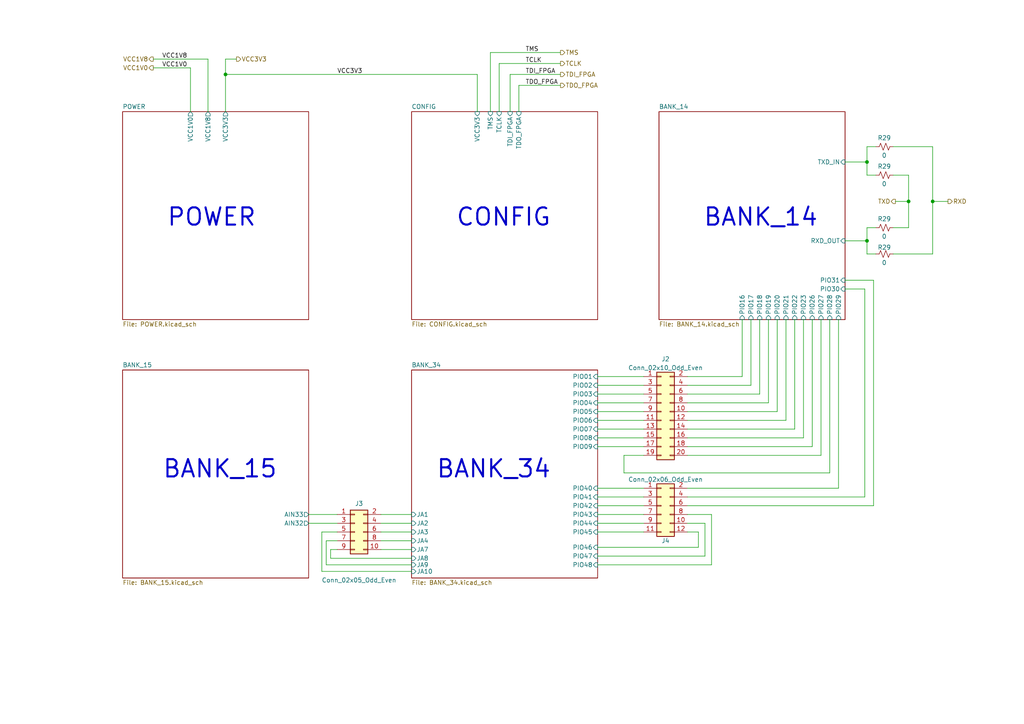
<source format=kicad_sch>
(kicad_sch (version 20230121) (generator eeschema)
  (paper "A4")
  (lib_symbols
    (symbol "Connector_Generic:Conn_02x05_Odd_Even" (pin_names (offset 1.016) hide)
      (property "Reference" "J" (at 1.27 7.62 0))
      (property "Value" "Conn_02x05_Odd_Even" (at 1.27 -7.62 0))
      (symbol "Conn_02x05_Odd_Even_1_1"
        (rectangle (start -1.27 -4.953) (end 0 -5.207) (stroke (width 0.1524)))
        (rectangle (start -1.27 -2.413) (end 0 -2.667) (stroke (width 0.1524)))
        (rectangle (start -1.27 0.127) (end 0 -0.127) (stroke (width 0.1524)))
        (rectangle (start -1.27 2.667) (end 0 2.413) (stroke (width 0.1524)))
        (rectangle (start -1.27 5.207) (end 0 4.953) (stroke (width 0.1524)))
        (rectangle (start -1.27 6.35) (end 3.81 -6.35) (stroke (width 0.254)) (fill (type background)))
        (rectangle (start 3.81 -4.953) (end 2.54 -5.207) (stroke (width 0.1524)))
        (rectangle (start 3.81 -2.413) (end 2.54 -2.667) (stroke (width 0.1524)))
        (rectangle (start 3.81 0.127) (end 2.54 -0.127) (stroke (width 0.1524)))
        (rectangle (start 3.81 2.667) (end 2.54 2.413) (stroke (width 0.1524)))
        (rectangle (start 3.81 5.207) (end 2.54 4.953) (stroke (width 0.1524)))
        (pin passive line (at -5.08 5.08 0) (length 3.81) (name "Pin_1") (number "1"))
        (pin passive line (at 7.62 -5.08 180) (length 3.81) (name "Pin_10") (number "10"))
        (pin passive line (at 7.62 5.08 180) (length 3.81) (name "Pin_2") (number "2"))
        (pin passive line (at -5.08 2.54 0) (length 3.81) (name "Pin_3") (number "3"))
        (pin passive line (at 7.62 2.54 180) (length 3.81) (name "Pin_4") (number "4"))
        (pin passive line (at -5.08 0 0) (length 3.81) (name "Pin_5") (number "5"))
        (pin passive line (at 7.62 0 180) (length 3.81) (name "Pin_6") (number "6"))
        (pin passive line (at -5.08 -2.54 0) (length 3.81) (name "Pin_7") (number "7"))
        (pin passive line (at 7.62 -2.54 180) (length 3.81) (name "Pin_8") (number "8"))
        (pin passive line (at -5.08 -5.08 0) (length 3.81) (name "Pin_9") (number "9"))
      )
    )
    (symbol "Connector_Generic:Conn_02x06_Odd_Even" (pin_names (offset 1.016) hide)
      (property "Reference" "J" (at 1.27 7.62 0))
      (property "Value" "Conn_02x06_Odd_Even" (at 1.27 -10.16 0))
      (symbol "Conn_02x06_Odd_Even_1_1"
        (rectangle (start -1.27 -7.493) (end 0 -7.747) (stroke (width 0.1524)))
        (rectangle (start -1.27 -4.953) (end 0 -5.207) (stroke (width 0.1524)))
        (rectangle (start -1.27 -2.413) (end 0 -2.667) (stroke (width 0.1524)))
        (rectangle (start -1.27 0.127) (end 0 -0.127) (stroke (width 0.1524)))
        (rectangle (start -1.27 2.667) (end 0 2.413) (stroke (width 0.1524)))
        (rectangle (start -1.27 5.207) (end 0 4.953) (stroke (width 0.1524)))
        (rectangle (start -1.27 6.35) (end 3.81 -8.89) (stroke (width 0.254)) (fill (type background)))
        (rectangle (start 3.81 -7.493) (end 2.54 -7.747) (stroke (width 0.1524)))
        (rectangle (start 3.81 -4.953) (end 2.54 -5.207) (stroke (width 0.1524)))
        (rectangle (start 3.81 -2.413) (end 2.54 -2.667) (stroke (width 0.1524)))
        (rectangle (start 3.81 0.127) (end 2.54 -0.127) (stroke (width 0.1524)))
        (rectangle (start 3.81 2.667) (end 2.54 2.413) (stroke (width 0.1524)))
        (rectangle (start 3.81 5.207) (end 2.54 4.953) (stroke (width 0.1524)))
        (pin passive line (at -5.08 5.08 0) (length 3.81) (name "Pin_1") (number "1"))
        (pin passive line (at 7.62 -5.08 180) (length 3.81) (name "Pin_10") (number "10"))
        (pin passive line (at -5.08 -7.62 0) (length 3.81) (name "Pin_11") (number "11"))
        (pin passive line (at 7.62 -7.62 180) (length 3.81) (name "Pin_12") (number "12"))
        (pin passive line (at 7.62 5.08 180) (length 3.81) (name "Pin_2") (number "2"))
        (pin passive line (at -5.08 2.54 0) (length 3.81) (name "Pin_3") (number "3"))
        (pin passive line (at 7.62 2.54 180) (length 3.81) (name "Pin_4") (number "4"))
        (pin passive line (at -5.08 0 0) (length 3.81) (name "Pin_5") (number "5"))
        (pin passive line (at 7.62 0 180) (length 3.81) (name "Pin_6") (number "6"))
        (pin passive line (at -5.08 -2.54 0) (length 3.81) (name "Pin_7") (number "7"))
        (pin passive line (at 7.62 -2.54 180) (length 3.81) (name "Pin_8") (number "8"))
        (pin passive line (at -5.08 -5.08 0) (length 3.81) (name "Pin_9") (number "9"))
      )
    )
    (symbol "Connector_Generic:Conn_02x10_Odd_Even" (pin_names (offset 1.016) hide)
      (property "Reference" "J" (at 1.27 12.7 0))
      (property "Value" "Conn_02x10_Odd_Even" (at 1.27 -15.24 0))
      (symbol "Conn_02x10_Odd_Even_1_1"
        (rectangle (start -1.27 -12.573) (end 0 -12.827) (stroke (width 0.1524)))
        (rectangle (start -1.27 -10.033) (end 0 -10.287) (stroke (width 0.1524)))
        (rectangle (start -1.27 -7.493) (end 0 -7.747) (stroke (width 0.1524)))
        (rectangle (start -1.27 -4.953) (end 0 -5.207) (stroke (width 0.1524)))
        (rectangle (start -1.27 -2.413) (end 0 -2.667) (stroke (width 0.1524)))
        (rectangle (start -1.27 0.127) (end 0 -0.127) (stroke (width 0.1524)))
        (rectangle (start -1.27 2.667) (end 0 2.413) (stroke (width 0.1524)))
        (rectangle (start -1.27 5.207) (end 0 4.953) (stroke (width 0.1524)))
        (rectangle (start -1.27 7.747) (end 0 7.493) (stroke (width 0.1524)))
        (rectangle (start -1.27 10.287) (end 0 10.033) (stroke (width 0.1524)))
        (rectangle (start -1.27 11.43) (end 3.81 -13.97) (stroke (width 0.254)) (fill (type background)))
        (rectangle (start 3.81 -12.573) (end 2.54 -12.827) (stroke (width 0.1524)))
        (rectangle (start 3.81 -10.033) (end 2.54 -10.287) (stroke (width 0.1524)))
        (rectangle (start 3.81 -7.493) (end 2.54 -7.747) (stroke (width 0.1524)))
        (rectangle (start 3.81 -4.953) (end 2.54 -5.207) (stroke (width 0.1524)))
        (rectangle (start 3.81 -2.413) (end 2.54 -2.667) (stroke (width 0.1524)))
        (rectangle (start 3.81 0.127) (end 2.54 -0.127) (stroke (width 0.1524)))
        (rectangle (start 3.81 2.667) (end 2.54 2.413) (stroke (width 0.1524)))
        (rectangle (start 3.81 5.207) (end 2.54 4.953) (stroke (width 0.1524)))
        (rectangle (start 3.81 7.747) (end 2.54 7.493) (stroke (width 0.1524)))
        (rectangle (start 3.81 10.287) (end 2.54 10.033) (stroke (width 0.1524)))
        (pin passive line (at -5.08 10.16 0) (length 3.81) (name "Pin_1") (number "1"))
        (pin passive line (at 7.62 0 180) (length 3.81) (name "Pin_10") (number "10"))
        (pin passive line (at -5.08 -2.54 0) (length 3.81) (name "Pin_11") (number "11"))
        (pin passive line (at 7.62 -2.54 180) (length 3.81) (name "Pin_12") (number "12"))
        (pin passive line (at -5.08 -5.08 0) (length 3.81) (name "Pin_13") (number "13"))
        (pin passive line (at 7.62 -5.08 180) (length 3.81) (name "Pin_14") (number "14"))
        (pin passive line (at -5.08 -7.62 0) (length 3.81) (name "Pin_15") (number "15"))
        (pin passive line (at 7.62 -7.62 180) (length 3.81) (name "Pin_16") (number "16"))
        (pin passive line (at -5.08 -10.16 0) (length 3.81) (name "Pin_17") (number "17"))
        (pin passive line (at 7.62 -10.16 180) (length 3.81) (name "Pin_18") (number "18"))
        (pin passive line (at -5.08 -12.7 0) (length 3.81) (name "Pin_19") (number "19"))
        (pin passive line (at 7.62 10.16 180) (length 3.81) (name "Pin_2") (number "2"))
        (pin passive line (at 7.62 -12.7 180) (length 3.81) (name "Pin_20") (number "20"))
        (pin passive line (at -5.08 7.62 0) (length 3.81) (name "Pin_3") (number "3"))
        (pin passive line (at 7.62 7.62 180) (length 3.81) (name "Pin_4") (number "4"))
        (pin passive line (at -5.08 5.08 0) (length 3.81) (name "Pin_5") (number "5"))
        (pin passive line (at 7.62 5.08 180) (length 3.81) (name "Pin_6") (number "6"))
        (pin passive line (at -5.08 2.54 0) (length 3.81) (name "Pin_7") (number "7"))
        (pin passive line (at 7.62 2.54 180) (length 3.81) (name "Pin_8") (number "8"))
        (pin passive line (at -5.08 0 0) (length 3.81) (name "Pin_9") (number "9"))
      )
    )
    (symbol "Device:R_Small_US" (pin_numbers hide) (pin_names (offset 0.254) hide)
      (property "Reference" "R" (at 0.762 0.508 0))
      (property "Value" "R_Small_US" (at 0.762 -1.016 0))
      (symbol "R_Small_US_1_1"
        (polyline (pts (xy 0 0) (xy 1.016 -0.381) (xy 0 -0.762) (xy -1.016 -1.143) (xy 0 -1.524)))
        (polyline (pts (xy 0 1.524) (xy 1.016 1.143) (xy 0 0.762) (xy -1.016 0.381) (xy 0 0)))
        (pin passive line (at 0 2.54 270) (length 1.016) (name "~") (number "1"))
        (pin passive line (at 0 -2.54 90) (length 1.016) (name "~") (number "2"))
      )
    )
  )
  (junction (at 263.525 58.42))
  (junction (at 65.405 21.59))
  (junction (at 251.46 46.99))
  (junction (at 251.46 69.85))
  (junction (at 270.51 58.42))
  (wire (pts (xy 204.47 151.765) (xy 204.47 161.29)))
  (wire (pts (xy 110.49 154.305) (xy 119.38 154.305)))
  (wire (pts (xy 225.425 92.71) (xy 225.425 119.38)))
  (wire (pts (xy 259.08 42.545) (xy 270.51 42.545)))
  (wire (pts (xy 240.665 137.16) (xy 240.665 92.71)))
  (wire (pts (xy 227.965 121.92) (xy 199.39 121.92)))
  (wire (pts (xy 173.355 163.83) (xy 206.375 163.83)))
  (wire (pts (xy 270.51 42.545) (xy 270.51 58.42)))
  (wire (pts (xy 215.265 109.22) (xy 199.39 109.22)))
  (wire (pts (xy 173.355 141.605) (xy 186.69 141.605)))
  (wire (pts (xy 173.355 124.46) (xy 186.69 124.46)))
  (wire (pts (xy 110.49 151.765) (xy 119.38 151.765)))
  (wire (pts (xy 254 50.8) (xy 251.46 50.8)))
  (wire (pts (xy 119.38 161.925) (xy 95.885 161.925)))
  (wire (pts (xy 245.11 69.85) (xy 251.46 69.85)))
  (wire (pts (xy 180.975 137.16) (xy 240.665 137.16)))
  (wire (pts (xy 150.495 32.385) (xy 150.495 24.765)))
  (wire (pts (xy 243.205 92.71) (xy 243.205 141.605)))
  (wire (pts (xy 263.525 50.8) (xy 263.525 58.42)))
  (wire (pts (xy 94.615 163.83) (xy 94.615 156.845)))
  (wire (pts (xy 204.47 161.29) (xy 173.355 161.29)))
  (wire (pts (xy 147.955 21.59) (xy 162.56 21.59)))
  (wire (pts (xy 55.245 32.385) (xy 55.245 19.685)))
  (wire (pts (xy 259.715 58.42) (xy 263.525 58.42)))
  (wire (pts (xy 173.355 149.225) (xy 186.69 149.225)))
  (wire (pts (xy 270.51 58.42) (xy 270.51 73.66)))
  (wire (pts (xy 180.975 132.08) (xy 180.975 137.16)))
  (wire (pts (xy 199.39 114.3) (xy 220.345 114.3)))
  (wire (pts (xy 251.46 42.545) (xy 254 42.545)))
  (wire (pts (xy 254 66.04) (xy 251.46 66.04)))
  (wire (pts (xy 173.355 146.685) (xy 186.69 146.685)))
  (wire (pts (xy 44.45 17.145) (xy 60.325 17.145)))
  (wire (pts (xy 199.39 127) (xy 233.045 127)))
  (wire (pts (xy 89.535 151.765) (xy 97.79 151.765)))
  (wire (pts (xy 202.565 154.305) (xy 199.39 154.305)))
  (wire (pts (xy 95.885 161.925) (xy 95.885 159.385)))
  (wire (pts (xy 263.525 66.04) (xy 259.08 66.04)))
  (wire (pts (xy 95.885 159.385) (xy 97.79 159.385)))
  (wire (pts (xy 215.265 92.71) (xy 215.265 109.22)))
  (wire (pts (xy 110.49 149.225) (xy 119.38 149.225)))
  (wire (pts (xy 251.46 66.04) (xy 251.46 69.85)))
  (wire (pts (xy 250.825 83.82) (xy 245.11 83.82)))
  (wire (pts (xy 235.585 129.54) (xy 235.585 92.71)))
  (wire (pts (xy 227.965 92.71) (xy 227.965 121.92)))
  (wire (pts (xy 173.355 109.22) (xy 186.69 109.22)))
  (wire (pts (xy 173.355 114.3) (xy 186.69 114.3)))
  (wire (pts (xy 199.39 144.145) (xy 250.825 144.145)))
  (wire (pts (xy 245.11 81.28) (xy 253.365 81.28)))
  (wire (pts (xy 138.43 21.59) (xy 138.43 32.385)))
  (wire (pts (xy 199.39 132.08) (xy 238.125 132.08)))
  (wire (pts (xy 65.405 21.59) (xy 65.405 32.385)))
  (wire (pts (xy 173.355 158.75) (xy 202.565 158.75)))
  (wire (pts (xy 199.39 124.46) (xy 230.505 124.46)))
  (wire (pts (xy 217.805 111.76) (xy 199.39 111.76)))
  (wire (pts (xy 230.505 92.71) (xy 230.505 124.46)))
  (wire (pts (xy 144.78 32.385) (xy 144.78 18.415)))
  (wire (pts (xy 173.355 154.305) (xy 186.69 154.305)))
  (wire (pts (xy 68.58 17.145) (xy 65.405 17.145)))
  (wire (pts (xy 259.08 50.8) (xy 263.525 50.8)))
  (wire (pts (xy 251.46 69.85) (xy 251.46 73.66)))
  (wire (pts (xy 220.345 92.71) (xy 220.345 114.3)))
  (wire (pts (xy 270.51 58.42) (xy 274.955 58.42)))
  (wire (pts (xy 186.69 132.08) (xy 180.975 132.08)))
  (wire (pts (xy 199.39 119.38) (xy 225.425 119.38)))
  (wire (pts (xy 263.525 58.42) (xy 263.525 66.04)))
  (wire (pts (xy 60.325 32.385) (xy 60.325 17.145)))
  (wire (pts (xy 119.38 163.83) (xy 94.615 163.83)))
  (wire (pts (xy 199.39 129.54) (xy 235.585 129.54)))
  (wire (pts (xy 173.355 119.38) (xy 186.69 119.38)))
  (wire (pts (xy 147.955 32.385) (xy 147.955 21.59)))
  (wire (pts (xy 250.825 144.145) (xy 250.825 83.82)))
  (wire (pts (xy 222.885 92.71) (xy 222.885 116.84)))
  (wire (pts (xy 142.24 32.385) (xy 142.24 15.24)))
  (wire (pts (xy 253.365 81.28) (xy 253.365 146.685)))
  (wire (pts (xy 150.495 24.765) (xy 162.56 24.765)))
  (wire (pts (xy 245.11 46.99) (xy 251.46 46.99)))
  (wire (pts (xy 173.355 116.84) (xy 186.69 116.84)))
  (wire (pts (xy 173.355 151.765) (xy 186.69 151.765)))
  (wire (pts (xy 199.39 151.765) (xy 204.47 151.765)))
  (wire (pts (xy 44.45 19.685) (xy 55.245 19.685)))
  (wire (pts (xy 199.39 141.605) (xy 243.205 141.605)))
  (wire (pts (xy 65.405 17.145) (xy 65.405 21.59)))
  (wire (pts (xy 89.535 149.225) (xy 97.79 149.225)))
  (wire (pts (xy 251.46 46.99) (xy 251.46 42.545)))
  (wire (pts (xy 93.345 165.735) (xy 93.345 154.305)))
  (wire (pts (xy 251.46 73.66) (xy 254 73.66)))
  (wire (pts (xy 251.46 50.8) (xy 251.46 46.99)))
  (wire (pts (xy 206.375 163.83) (xy 206.375 149.225)))
  (wire (pts (xy 270.51 73.66) (xy 259.08 73.66)))
  (wire (pts (xy 173.355 127) (xy 186.69 127)))
  (wire (pts (xy 206.375 149.225) (xy 199.39 149.225)))
  (wire (pts (xy 110.49 159.385) (xy 119.38 159.385)))
  (wire (pts (xy 173.355 111.76) (xy 186.69 111.76)))
  (wire (pts (xy 119.38 165.735) (xy 93.345 165.735)))
  (wire (pts (xy 144.78 18.415) (xy 162.56 18.415)))
  (wire (pts (xy 65.405 21.59) (xy 138.43 21.59)))
  (wire (pts (xy 110.49 156.845) (xy 119.38 156.845)))
  (wire (pts (xy 222.885 116.84) (xy 199.39 116.84)))
  (wire (pts (xy 142.24 15.24) (xy 162.56 15.24)))
  (wire (pts (xy 173.355 129.54) (xy 186.69 129.54)))
  (wire (pts (xy 217.805 92.71) (xy 217.805 111.76)))
  (wire (pts (xy 233.045 92.71) (xy 233.045 127)))
  (wire (pts (xy 94.615 156.845) (xy 97.79 156.845)))
  (wire (pts (xy 93.345 154.305) (xy 97.79 154.305)))
  (wire (pts (xy 173.355 144.145) (xy 186.69 144.145)))
  (wire (pts (xy 173.355 121.92) (xy 186.69 121.92)))
  (wire (pts (xy 238.125 92.71) (xy 238.125 132.08)))
  (wire (pts (xy 202.565 158.75) (xy 202.565 154.305)))
  (wire (pts (xy 253.365 146.685) (xy 199.39 146.685)))
  (text "BANK_15\n" (at 46.99 139.065 0) (effects (font (size 5 5) (thickness 0.6) bold) (justify left bottom)))
  (text "POWER\n" (at 48.26 66.04 0) (effects (font (size 5 5) (thickness 0.6) bold) (justify left bottom)))
  (text "CONFIG\n" (at 132.08 66.04 0) (effects (font (size 5 5) (thickness 0.6) bold) (justify left bottom)))
  (text "BANK_34\n" (at 126.365 139.065 0) (effects (font (size 5 5) (thickness 0.6) bold) (justify left bottom)))
  (text "BANK_14\n" (at 203.835 66.04 0) (effects (font (size 5 5) (thickness 0.6) bold) (justify left bottom)))
  (label "TMS" (at 152.4 15.24 0))
  (label "TDO_FPGA" (at 152.4 24.765 0))
  (label "VCC1V8" (at 46.99 17.145 0))
  (label "VCC3V3" (at 97.79 21.59 0))
  (label "TCLK" (at 152.4 18.415 0))
  (label "TDI_FPGA" (at 152.4 21.59 0))
  (label "VCC1V0" (at 46.99 19.685 0))
  (hierarchical_label "TCLK" (shape output) (at 162.56 18.415 0))
  (hierarchical_label "RXD" (shape output) (at 274.955 58.42 0))
  (hierarchical_label "TDI_FPGA" (shape output) (at 162.56 21.59 0))
  (hierarchical_label "TXD" (shape output) (at 259.715 58.42 180))
  (hierarchical_label "VCC1V0" (shape output) (at 44.45 19.685 180))
  (hierarchical_label "VCC1V8" (shape output) (at 44.45 17.145 180))
  (hierarchical_label "VCC3V3" (shape output) (at 68.58 17.145 0))
  (hierarchical_label "TDO_FPGA" (shape output) (at 162.56 24.765 0))
  (hierarchical_label "TMS" (shape output) (at 162.56 15.24 0))
  (symbol (lib_id "Connector_Generic:Conn_02x10_Odd_Even") (at 191.77 119.38 0) (unit 1)
    (property "Reference" "J2" (at 193.04 104.14 0))
    (property "Value" "Conn_02x10_Odd_Even" (at 193.04 106.68 0))
    (property "Footprint" "Connector_PinHeader_1.27mm:PinHeader_2x10_P1.27mm_Vertical_SMD" (effects hide))
  )
  (symbol (lib_id "Connector_Generic:Conn_02x06_Odd_Even") (at 191.77 146.685 0) (unit 1)
    (property "Reference" "J4" (at 193.04 156.845 0))
    (property "Value" "Conn_02x06_Odd_Even" (at 193.04 139.065 0))
    (property "Footprint" "Connector_PinHeader_1.27mm:PinHeader_2x06_P1.27mm_Vertical_SMD" (effects hide))
  )
  (symbol (lib_id "Connector_Generic:Conn_02x05_Odd_Even") (at 102.87 154.305 0) (unit 1)
    (property "Reference" "J3" (at 104.14 146.05 0))
    (property "Value" "Conn_02x05_Odd_Even" (at 104.14 168.275 0))
    (property "Footprint" "Connector_PinHeader_1.27mm:PinHeader_2x05_P1.27mm_Vertical_SMD" (effects hide))
  )
  (symbol (lib_id "Device:R_Small_US") (at 256.54 73.66 90) (unit 1)
    (property "Reference" "R29" (at 258.445 71.755 90) (effects (justify left)))
    (property "Value" "0" (at 257.175 76.2 90) (effects (justify left)))
    (property "Footprint" "Resistor_SMD:R_0402_1005Metric_Pad0.72x0.64mm_HandSolder" (effects hide))
    (instances (project "sparton_7" (path "" (reference "R29") (unit 1)) (path "" (reference "R47") (unit 1)) (path "" (reference "R61") (unit 1))))
  )
  (symbol (lib_id "Device:R_Small_US") (at 256.54 66.04 90) (unit 1)
    (property "Reference" "R29" (at 258.445 63.5 90) (effects (justify left)))
    (property "Value" "0" (at 257.175 68.58 90) (effects (justify left)))
    (property "Footprint" "Resistor_SMD:R_0402_1005Metric_Pad0.72x0.64mm_HandSolder" (effects hide))
    (instances (project "sparton_7" (path "" (reference "R29") (unit 1)) (path "" (reference "R47") (unit 1)) (path "" (reference "R60") (unit 1))))
  )
  (symbol (lib_id "Device:R_Small_US") (at 256.54 42.545 90) (unit 1)
    (property "Reference" "R29" (at 258.445 40.005 90) (effects (justify left)))
    (property "Value" "0" (at 257.175 45.085 90) (effects (justify left)))
    (property "Footprint" "Resistor_SMD:R_0402_1005Metric_Pad0.72x0.64mm_HandSolder" (effects hide))
    (instances (project "sparton_7" (path "" (reference "R29") (unit 1)) (path "" (reference "R47") (unit 1)) (path "" (reference "R58") (unit 1))))
  )
  (symbol (lib_id "Device:R_Small_US") (at 256.54 50.8 90) (unit 1)
    (property "Reference" "R29" (at 258.445 48.26 90) (effects (justify left)))
    (property "Value" "0" (at 257.175 53.34 90) (effects (justify left)))
    (property "Footprint" "Resistor_SMD:R_0402_1005Metric_Pad0.72x0.64mm_HandSolder" (effects hide))
    (instances (project "sparton_7" (path "" (reference "R29") (unit 1)) (path "" (reference "R47") (unit 1)) (path "" (reference "R59") (unit 1))))
  )
  (sheet (at 35.56 32.385) (size 53.975 60.325) (stroke (width 0.1524))
    (property "Sheetname" "POWER" (at 35.56 31.6734 0) (effects (justify left bottom)))
    (property "Sheetfile" "POWER.kicad_sch" (at 35.56 93.2946 0) (effects (justify left top)))
    (pin "VCC1V0" output (at 55.245 32.385 90))
    (pin "VCC1V8" output (at 60.325 32.385 90))
    (pin "VCC3V3" output (at 65.405 32.385 90))
  )
  (sheet (at 119.38 32.385) (size 53.975 60.325) (stroke (width 0.1524))
    (property "Sheetname" "CONFIG" (at 119.38 31.6734 0) (effects (justify left bottom)))
    (property "Sheetfile" "CONFIG.kicad_sch" (at 119.38 93.2946 0) (effects (justify left top)))
    (pin "VCC3V3" input (at 138.43 32.385 90))
    (pin "TMS" input (at 142.24 32.385 90))
    (pin "TCLK" input (at 144.78 32.385 90))
    (pin "TDI_FPGA" input (at 147.955 32.385 90))
    (pin "TDO_FPGA" input (at 150.495 32.385 90))
  )
  (sheet (at 119.38 107.315) (size 53.975 60.325) (stroke (width 0.1524))
    (property "Sheetname" "BANK_34" (at 119.38 106.6034 0) (effects (justify left bottom)))
    (property "Sheetfile" "BANK_34.kicad_sch" (at 119.38 168.2246 0) (effects (justify left top)))
    (pin "PIO05" input (at 173.355 119.38 0))
    (pin "PIO03" input (at 173.355 114.3 0))
    (pin "PIO02" input (at 173.355 111.76 0))
    (pin "PIO09" input (at 173.355 129.54 0))
    (pin "PIO04" input (at 173.355 116.84 0))
    (pin "PIO07" input (at 173.355 124.46 0))
    (pin "PIO06" input (at 173.355 121.92 0))
    (pin "JA4" input (at 119.38 156.845 180))
    (pin "PIO08" input (at 173.355 127 0))
    (pin "JA10" input (at 119.38 165.735 180))
    (pin "JA8" input (at 119.38 161.925 180))
    (pin "JA2" input (at 119.38 151.765 180))
    (pin "JA7" input (at 119.38 159.385 180))
    (pin "JA3" input (at 119.38 154.305 180))
    (pin "JA9" input (at 119.38 163.83 180))
    (pin "JA1" input (at 119.38 149.225 180))
    (pin "PIO41" input (at 173.355 144.145 0))
    (pin "PIO47" input (at 173.355 161.29 0))
    (pin "PIO48" input (at 173.355 163.83 0))
    (pin "PIO43" input (at 173.355 149.225 0))
    (pin "PIO42" input (at 173.355 146.685 0))
    (pin "PIO45" input (at 173.355 154.305 0))
    (pin "PIO46" input (at 173.355 158.75 0))
    (pin "PIO44" input (at 173.355 151.765 0))
    (pin "PIO40" input (at 173.355 141.605 0))
    (pin "PIO01" input (at 173.355 109.22 0))
  )
  (sheet (at 191.135 32.385) (size 53.975 60.325) (stroke (width 0.1524))
    (property "Sheetname" "BANK_14" (at 191.135 31.6734 0) (effects (justify left bottom)))
    (property "Sheetfile" "BANK_14.kicad_sch" (at 191.135 93.2946 0) (effects (justify left top)))
    (pin "TXD_IN" input (at 245.11 46.99 0))
    (pin "RXD_OUT" input (at 245.11 69.85 0))
    (pin "PIO16" input (at 215.265 92.71 270))
    (pin "PIO17" input (at 217.805 92.71 270))
    (pin "PIO19" input (at 222.885 92.71 270))
    (pin "PIO20" input (at 225.425 92.71 270))
    (pin "PIO18" input (at 220.345 92.71 270))
    (pin "PIO21" input (at 227.965 92.71 270))
    (pin "PIO22" input (at 230.505 92.71 270))
    (pin "PIO30" input (at 245.11 83.82 0))
    (pin "PIO23" input (at 233.045 92.71 270))
    (pin "PIO26" input (at 235.585 92.71 270))
    (pin "PIO29" input (at 243.205 92.71 270))
    (pin "PIO27" input (at 238.125 92.71 270))
    (pin "PIO28" input (at 240.665 92.71 270))
    (pin "PIO31" input (at 245.11 81.28 0))
  )
  (sheet (at 35.56 107.315) (size 53.975 60.325) (stroke (width 0.1524))
    (property "Sheetname" "BANK_15" (at 35.56 106.6034 0) (effects (justify left bottom)))
    (property "Sheetfile" "BANK_15.kicad_sch" (at 35.56 168.2246 0) (effects (justify left top)))
    (pin "AIN32" output (at 89.535 151.765 0))
    (pin "AIN33" output (at 89.535 149.225 0))
  )
)
</source>
